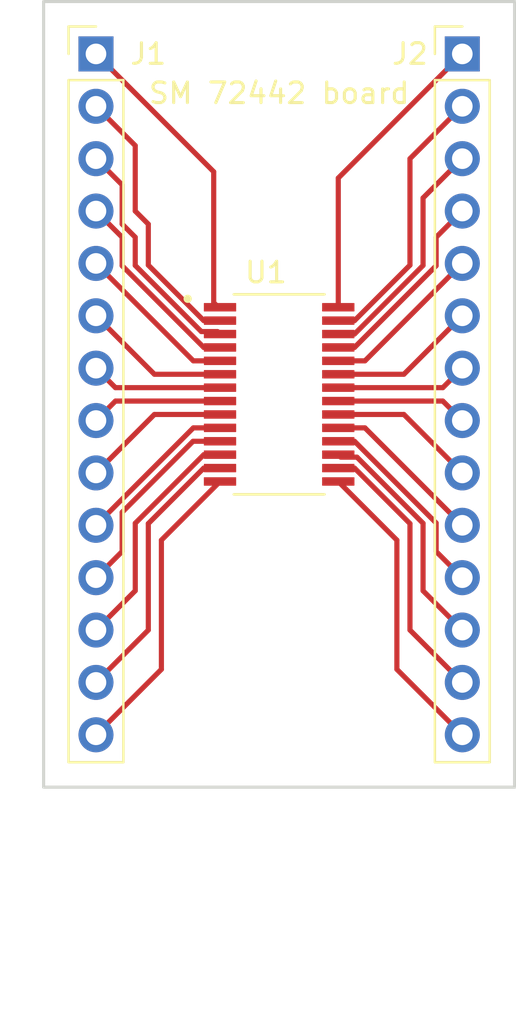
<source format=kicad_pcb>
(kicad_pcb (version 20171130) (host pcbnew "(5.1.10)-1")

  (general
    (thickness 1.6)
    (drawings 7)
    (tracks 90)
    (zones 0)
    (modules 3)
    (nets 29)
  )

  (page A4)
  (layers
    (0 F.Cu signal)
    (31 B.Cu signal)
    (32 B.Adhes user)
    (33 F.Adhes user)
    (34 B.Paste user)
    (35 F.Paste user)
    (36 B.SilkS user)
    (37 F.SilkS user)
    (38 B.Mask user)
    (39 F.Mask user)
    (40 Dwgs.User user)
    (41 Cmts.User user)
    (42 Eco1.User user)
    (43 Eco2.User user)
    (44 Edge.Cuts user)
    (45 Margin user)
    (46 B.CrtYd user)
    (47 F.CrtYd user)
    (48 B.Fab user)
    (49 F.Fab user)
  )

  (setup
    (last_trace_width 0.25)
    (trace_clearance 0.2)
    (zone_clearance 0.508)
    (zone_45_only no)
    (trace_min 0.2)
    (via_size 0.8)
    (via_drill 0.4)
    (via_min_size 0.4)
    (via_min_drill 0.3)
    (uvia_size 0.3)
    (uvia_drill 0.1)
    (uvias_allowed no)
    (uvia_min_size 0.2)
    (uvia_min_drill 0.1)
    (edge_width 0.05)
    (segment_width 0.2)
    (pcb_text_width 0.3)
    (pcb_text_size 1.5 1.5)
    (mod_edge_width 0.12)
    (mod_text_size 1 1)
    (mod_text_width 0.15)
    (pad_size 1.524 1.524)
    (pad_drill 0.762)
    (pad_to_mask_clearance 0.05)
    (aux_axis_origin 0 0)
    (grid_origin 127 115.57)
    (visible_elements 7FFFFFFF)
    (pcbplotparams
      (layerselection 0x010fc_ffffffff)
      (usegerberextensions true)
      (usegerberattributes false)
      (usegerberadvancedattributes true)
      (creategerberjobfile false)
      (excludeedgelayer true)
      (linewidth 0.100000)
      (plotframeref false)
      (viasonmask false)
      (mode 1)
      (useauxorigin false)
      (hpglpennumber 1)
      (hpglpenspeed 20)
      (hpglpendiameter 15.000000)
      (psnegative false)
      (psa4output false)
      (plotreference true)
      (plotvalue true)
      (plotinvisibletext false)
      (padsonsilk false)
      (subtractmaskfromsilk true)
      (outputformat 1)
      (mirror false)
      (drillshape 0)
      (scaleselection 1)
      (outputdirectory "gerber/"))
  )

  (net 0 "")
  (net 1 /A0)
  (net 2 /VSSA)
  (net 3 /VDDA)
  (net 4 /PM_OUT)
  (net 5 /NC3)
  (net 6 /SDA)
  (net 7 /SCL)
  (net 8 /I2C1)
  (net 9 /I2C0)
  (net 10 /NC2)
  (net 11 /VSSD)
  (net 12 /VDDD)
  (net 13 /NC1)
  (net 14 /*RST)
  (net 15 /AVIN)
  (net 16 /A2)
  (net 17 /AVOUT)
  (net 18 /A4)
  (net 19 /AIIN)
  (net 20 /A6)
  (net 21 /AIOUT)
  (net 22 /I2C2)
  (net 23 /NC4)
  (net 24 /LIB)
  (net 25 /HIB)
  (net 26 /HIA)
  (net 27 /LIA)
  (net 28 /PM)

  (net_class Default "This is the default net class."
    (clearance 0.2)
    (trace_width 0.25)
    (via_dia 0.8)
    (via_drill 0.4)
    (uvia_dia 0.3)
    (uvia_drill 0.1)
    (add_net /*RST)
    (add_net /A0)
    (add_net /A2)
    (add_net /A4)
    (add_net /A6)
    (add_net /AIIN)
    (add_net /AIOUT)
    (add_net /AVIN)
    (add_net /AVOUT)
    (add_net /HIA)
    (add_net /HIB)
    (add_net /I2C0)
    (add_net /I2C1)
    (add_net /I2C2)
    (add_net /LIA)
    (add_net /LIB)
    (add_net /NC1)
    (add_net /NC2)
    (add_net /NC3)
    (add_net /NC4)
    (add_net /PM)
    (add_net /PM_OUT)
    (add_net /SCL)
    (add_net /SDA)
    (add_net /VDDA)
    (add_net /VDDD)
    (add_net /VSSA)
    (add_net /VSSD)
  )

  (module Connector_PinHeader_2.54mm:PinHeader_1x14_P2.54mm_Vertical (layer F.Cu) (tedit 59FED5CC) (tstamp 61998375)
    (at 129.54 118.11)
    (descr "Through hole straight pin header, 1x14, 2.54mm pitch, single row")
    (tags "Through hole pin header THT 1x14 2.54mm single row")
    (path /618C9606)
    (fp_text reference J1 (at 2.54 0) (layer F.SilkS)
      (effects (font (size 1 1) (thickness 0.15)))
    )
    (fp_text value Conn_01x14_Male (at 8.89 32.385 180) (layer F.Fab)
      (effects (font (size 1 1) (thickness 0.15)))
    )
    (fp_text user %R (at -3.81 18.494999 90) (layer F.Fab)
      (effects (font (size 1 1) (thickness 0.15)))
    )
    (fp_line (start -0.635 -1.27) (end 1.27 -1.27) (layer F.Fab) (width 0.1))
    (fp_line (start 1.27 -1.27) (end 1.27 34.29) (layer F.Fab) (width 0.1))
    (fp_line (start 1.27 34.29) (end -1.27 34.29) (layer F.Fab) (width 0.1))
    (fp_line (start -1.27 34.29) (end -1.27 -0.635) (layer F.Fab) (width 0.1))
    (fp_line (start -1.27 -0.635) (end -0.635 -1.27) (layer F.Fab) (width 0.1))
    (fp_line (start -1.33 34.35) (end 1.33 34.35) (layer F.SilkS) (width 0.12))
    (fp_line (start -1.33 1.27) (end -1.33 34.35) (layer F.SilkS) (width 0.12))
    (fp_line (start 1.33 1.27) (end 1.33 34.35) (layer F.SilkS) (width 0.12))
    (fp_line (start -1.33 1.27) (end 1.33 1.27) (layer F.SilkS) (width 0.12))
    (fp_line (start -1.33 0) (end -1.33 -1.33) (layer F.SilkS) (width 0.12))
    (fp_line (start -1.33 -1.33) (end 0 -1.33) (layer F.SilkS) (width 0.12))
    (fp_line (start -1.8 -1.8) (end -1.8 34.8) (layer F.CrtYd) (width 0.05))
    (fp_line (start -1.8 34.8) (end 1.8 34.8) (layer F.CrtYd) (width 0.05))
    (fp_line (start 1.8 34.8) (end 1.8 -1.8) (layer F.CrtYd) (width 0.05))
    (fp_line (start 1.8 -1.8) (end -1.8 -1.8) (layer F.CrtYd) (width 0.05))
    (pad 14 thru_hole oval (at 0 33.02) (size 1.7 1.7) (drill 1) (layers *.Cu *.Mask)
      (net 1 /A0))
    (pad 13 thru_hole oval (at 0 30.48) (size 1.7 1.7) (drill 1) (layers *.Cu *.Mask)
      (net 2 /VSSA))
    (pad 12 thru_hole oval (at 0 27.94) (size 1.7 1.7) (drill 1) (layers *.Cu *.Mask)
      (net 3 /VDDA))
    (pad 11 thru_hole oval (at 0 25.4) (size 1.7 1.7) (drill 1) (layers *.Cu *.Mask)
      (net 4 /PM_OUT))
    (pad 10 thru_hole oval (at 0 22.86) (size 1.7 1.7) (drill 1) (layers *.Cu *.Mask)
      (net 5 /NC3))
    (pad 9 thru_hole oval (at 0 20.32) (size 1.7 1.7) (drill 1) (layers *.Cu *.Mask)
      (net 6 /SDA))
    (pad 8 thru_hole oval (at 0 17.78) (size 1.7 1.7) (drill 1) (layers *.Cu *.Mask)
      (net 7 /SCL))
    (pad 7 thru_hole oval (at 0 15.24) (size 1.7 1.7) (drill 1) (layers *.Cu *.Mask)
      (net 8 /I2C1))
    (pad 6 thru_hole oval (at 0 12.7) (size 1.7 1.7) (drill 1) (layers *.Cu *.Mask)
      (net 9 /I2C0))
    (pad 5 thru_hole oval (at 0 10.16) (size 1.7 1.7) (drill 1) (layers *.Cu *.Mask)
      (net 10 /NC2))
    (pad 4 thru_hole oval (at 0 7.62) (size 1.7 1.7) (drill 1) (layers *.Cu *.Mask)
      (net 11 /VSSD))
    (pad 3 thru_hole oval (at 0 5.08) (size 1.7 1.7) (drill 1) (layers *.Cu *.Mask)
      (net 12 /VDDD))
    (pad 2 thru_hole oval (at 0 2.54) (size 1.7 1.7) (drill 1) (layers *.Cu *.Mask)
      (net 13 /NC1))
    (pad 1 thru_hole rect (at 0 0) (size 1.7 1.7) (drill 1) (layers *.Cu *.Mask)
      (net 14 /*RST))
    (model ${KISYS3DMOD}/Connector_PinHeader_2.54mm.3dshapes/PinHeader_1x14_P2.54mm_Vertical.wrl
      (at (xyz 0 0 0))
      (scale (xyz 1 1 1))
      (rotate (xyz 0 0 0))
    )
  )

  (module Connector_PinHeader_2.54mm:PinHeader_1x14_P2.54mm_Vertical (layer F.Cu) (tedit 59FED5CC) (tstamp 61998397)
    (at 147.32 118.11)
    (descr "Through hole straight pin header, 1x14, 2.54mm pitch, single row")
    (tags "Through hole pin header THT 1x14 2.54mm single row")
    (path /618CD2D9)
    (fp_text reference J2 (at -2.54 0) (layer F.SilkS)
      (effects (font (size 1 1) (thickness 0.15)))
    )
    (fp_text value Conn_01x14_Male (at -8.89 33.655) (layer F.Fab)
      (effects (font (size 1 1) (thickness 0.15)))
    )
    (fp_line (start 1.8 -1.8) (end -1.8 -1.8) (layer F.CrtYd) (width 0.05))
    (fp_line (start 1.8 34.8) (end 1.8 -1.8) (layer F.CrtYd) (width 0.05))
    (fp_line (start -1.8 34.8) (end 1.8 34.8) (layer F.CrtYd) (width 0.05))
    (fp_line (start -1.8 -1.8) (end -1.8 34.8) (layer F.CrtYd) (width 0.05))
    (fp_line (start -1.33 -1.33) (end 0 -1.33) (layer F.SilkS) (width 0.12))
    (fp_line (start -1.33 0) (end -1.33 -1.33) (layer F.SilkS) (width 0.12))
    (fp_line (start -1.33 1.27) (end 1.33 1.27) (layer F.SilkS) (width 0.12))
    (fp_line (start 1.33 1.27) (end 1.33 34.35) (layer F.SilkS) (width 0.12))
    (fp_line (start -1.33 1.27) (end -1.33 34.35) (layer F.SilkS) (width 0.12))
    (fp_line (start -1.33 34.35) (end 1.33 34.35) (layer F.SilkS) (width 0.12))
    (fp_line (start -1.27 -0.635) (end -0.635 -1.27) (layer F.Fab) (width 0.1))
    (fp_line (start -1.27 34.29) (end -1.27 -0.635) (layer F.Fab) (width 0.1))
    (fp_line (start 1.27 34.29) (end -1.27 34.29) (layer F.Fab) (width 0.1))
    (fp_line (start 1.27 -1.27) (end 1.27 34.29) (layer F.Fab) (width 0.1))
    (fp_line (start -0.635 -1.27) (end 1.27 -1.27) (layer F.Fab) (width 0.1))
    (fp_text user %R (at 0 16.51 90) (layer F.Fab)
      (effects (font (size 1 1) (thickness 0.15)))
    )
    (pad 1 thru_hole rect (at 0 0) (size 1.7 1.7) (drill 1) (layers *.Cu *.Mask)
      (net 28 /PM))
    (pad 2 thru_hole oval (at 0 2.54) (size 1.7 1.7) (drill 1) (layers *.Cu *.Mask)
      (net 27 /LIA))
    (pad 3 thru_hole oval (at 0 5.08) (size 1.7 1.7) (drill 1) (layers *.Cu *.Mask)
      (net 26 /HIA))
    (pad 4 thru_hole oval (at 0 7.62) (size 1.7 1.7) (drill 1) (layers *.Cu *.Mask)
      (net 25 /HIB))
    (pad 5 thru_hole oval (at 0 10.16) (size 1.7 1.7) (drill 1) (layers *.Cu *.Mask)
      (net 24 /LIB))
    (pad 6 thru_hole oval (at 0 12.7) (size 1.7 1.7) (drill 1) (layers *.Cu *.Mask)
      (net 23 /NC4))
    (pad 7 thru_hole oval (at 0 15.24) (size 1.7 1.7) (drill 1) (layers *.Cu *.Mask)
      (net 22 /I2C2))
    (pad 8 thru_hole oval (at 0 17.78) (size 1.7 1.7) (drill 1) (layers *.Cu *.Mask)
      (net 21 /AIOUT))
    (pad 9 thru_hole oval (at 0 20.32) (size 1.7 1.7) (drill 1) (layers *.Cu *.Mask)
      (net 20 /A6))
    (pad 10 thru_hole oval (at 0 22.86) (size 1.7 1.7) (drill 1) (layers *.Cu *.Mask)
      (net 19 /AIIN))
    (pad 11 thru_hole oval (at 0 25.4) (size 1.7 1.7) (drill 1) (layers *.Cu *.Mask)
      (net 18 /A4))
    (pad 12 thru_hole oval (at 0 27.94) (size 1.7 1.7) (drill 1) (layers *.Cu *.Mask)
      (net 17 /AVOUT))
    (pad 13 thru_hole oval (at 0 30.48) (size 1.7 1.7) (drill 1) (layers *.Cu *.Mask)
      (net 16 /A2))
    (pad 14 thru_hole oval (at 0 33.02) (size 1.7 1.7) (drill 1) (layers *.Cu *.Mask)
      (net 15 /AVIN))
    (model ${KISYS3DMOD}/Connector_PinHeader_2.54mm.3dshapes/PinHeader_1x14_P2.54mm_Vertical.wrl
      (at (xyz 0 0 0))
      (scale (xyz 1 1 1))
      (rotate (xyz 0 0 0))
    )
  )

  (module SM72442MTE_NOPB:SOP65P640X120-28N (layer F.Cu) (tedit 618C3F03) (tstamp 619983C3)
    (at 138.43 134.62)
    (path /618C3721)
    (fp_text reference U1 (at -0.645 -5.912) (layer F.SilkS)
      (effects (font (size 1 1) (thickness 0.15)))
    )
    (fp_text value SM72442MT_NOPB (at 0 7.62) (layer F.Fab)
      (effects (font (size 1 1) (thickness 0.15)))
    )
    (fp_line (start 3.905 -5.1) (end 3.905 5.1) (layer F.CrtYd) (width 0.05))
    (fp_line (start -3.905 -5.1) (end -3.905 5.1) (layer F.CrtYd) (width 0.05))
    (fp_line (start -3.905 5.1) (end 3.905 5.1) (layer F.CrtYd) (width 0.05))
    (fp_line (start -3.905 -5.1) (end 3.905 -5.1) (layer F.CrtYd) (width 0.05))
    (fp_line (start 2.2 -4.85) (end 2.2 4.85) (layer F.Fab) (width 0.127))
    (fp_line (start -2.2 -4.85) (end -2.2 4.85) (layer F.Fab) (width 0.127))
    (fp_line (start -2.2 4.85) (end 2.2 4.85) (layer F.SilkS) (width 0.127))
    (fp_line (start -2.2 -4.85) (end 2.2 -4.85) (layer F.SilkS) (width 0.127))
    (fp_line (start -2.2 4.85) (end 2.2 4.85) (layer F.Fab) (width 0.127))
    (fp_line (start -2.2 -4.85) (end 2.2 -4.85) (layer F.Fab) (width 0.127))
    (fp_circle (center -4.44 -4.635) (end -4.34 -4.635) (layer F.Fab) (width 0.2))
    (fp_circle (center -4.44 -4.635) (end -4.34 -4.635) (layer F.SilkS) (width 0.2))
    (pad 1 smd roundrect (at -2.87 -4.225) (size 1.57 0.41) (layers F.Cu F.Paste F.Mask) (roundrect_rratio 0.05)
      (net 14 /*RST))
    (pad 2 smd roundrect (at -2.87 -3.575) (size 1.57 0.41) (layers F.Cu F.Paste F.Mask) (roundrect_rratio 0.05)
      (net 13 /NC1))
    (pad 3 smd roundrect (at -2.87 -2.925) (size 1.57 0.41) (layers F.Cu F.Paste F.Mask) (roundrect_rratio 0.05)
      (net 12 /VDDD))
    (pad 4 smd roundrect (at -2.87 -2.275) (size 1.57 0.41) (layers F.Cu F.Paste F.Mask) (roundrect_rratio 0.05)
      (net 11 /VSSD))
    (pad 5 smd roundrect (at -2.87 -1.625) (size 1.57 0.41) (layers F.Cu F.Paste F.Mask) (roundrect_rratio 0.05)
      (net 10 /NC2))
    (pad 6 smd roundrect (at -2.87 -0.975) (size 1.57 0.41) (layers F.Cu F.Paste F.Mask) (roundrect_rratio 0.05)
      (net 9 /I2C0))
    (pad 7 smd roundrect (at -2.87 -0.325) (size 1.57 0.41) (layers F.Cu F.Paste F.Mask) (roundrect_rratio 0.05)
      (net 8 /I2C1))
    (pad 8 smd roundrect (at -2.87 0.325) (size 1.57 0.41) (layers F.Cu F.Paste F.Mask) (roundrect_rratio 0.05)
      (net 7 /SCL))
    (pad 9 smd roundrect (at -2.87 0.975) (size 1.57 0.41) (layers F.Cu F.Paste F.Mask) (roundrect_rratio 0.05)
      (net 6 /SDA))
    (pad 10 smd roundrect (at -2.87 1.625) (size 1.57 0.41) (layers F.Cu F.Paste F.Mask) (roundrect_rratio 0.05)
      (net 5 /NC3))
    (pad 11 smd roundrect (at -2.87 2.275) (size 1.57 0.41) (layers F.Cu F.Paste F.Mask) (roundrect_rratio 0.05)
      (net 4 /PM_OUT))
    (pad 12 smd roundrect (at -2.87 2.925) (size 1.57 0.41) (layers F.Cu F.Paste F.Mask) (roundrect_rratio 0.05)
      (net 3 /VDDA))
    (pad 13 smd roundrect (at -2.87 3.575) (size 1.57 0.41) (layers F.Cu F.Paste F.Mask) (roundrect_rratio 0.05)
      (net 2 /VSSA))
    (pad 14 smd roundrect (at -2.87 4.225) (size 1.57 0.41) (layers F.Cu F.Paste F.Mask) (roundrect_rratio 0.05)
      (net 1 /A0))
    (pad 15 smd roundrect (at 2.87 4.225) (size 1.57 0.41) (layers F.Cu F.Paste F.Mask) (roundrect_rratio 0.05)
      (net 15 /AVIN))
    (pad 16 smd roundrect (at 2.87 3.575) (size 1.57 0.41) (layers F.Cu F.Paste F.Mask) (roundrect_rratio 0.05)
      (net 16 /A2))
    (pad 17 smd roundrect (at 2.87 2.925) (size 1.57 0.41) (layers F.Cu F.Paste F.Mask) (roundrect_rratio 0.05)
      (net 17 /AVOUT))
    (pad 18 smd roundrect (at 2.87 2.275) (size 1.57 0.41) (layers F.Cu F.Paste F.Mask) (roundrect_rratio 0.05)
      (net 18 /A4))
    (pad 19 smd roundrect (at 2.87 1.625) (size 1.57 0.41) (layers F.Cu F.Paste F.Mask) (roundrect_rratio 0.05)
      (net 19 /AIIN))
    (pad 20 smd roundrect (at 2.87 0.975) (size 1.57 0.41) (layers F.Cu F.Paste F.Mask) (roundrect_rratio 0.05)
      (net 20 /A6))
    (pad 21 smd roundrect (at 2.87 0.325) (size 1.57 0.41) (layers F.Cu F.Paste F.Mask) (roundrect_rratio 0.05)
      (net 21 /AIOUT))
    (pad 22 smd roundrect (at 2.87 -0.325) (size 1.57 0.41) (layers F.Cu F.Paste F.Mask) (roundrect_rratio 0.05)
      (net 22 /I2C2))
    (pad 23 smd roundrect (at 2.87 -0.975) (size 1.57 0.41) (layers F.Cu F.Paste F.Mask) (roundrect_rratio 0.05)
      (net 23 /NC4))
    (pad 24 smd roundrect (at 2.87 -1.625) (size 1.57 0.41) (layers F.Cu F.Paste F.Mask) (roundrect_rratio 0.05)
      (net 24 /LIB))
    (pad 25 smd roundrect (at 2.87 -2.275) (size 1.57 0.41) (layers F.Cu F.Paste F.Mask) (roundrect_rratio 0.05)
      (net 25 /HIB))
    (pad 26 smd roundrect (at 2.87 -2.925) (size 1.57 0.41) (layers F.Cu F.Paste F.Mask) (roundrect_rratio 0.05)
      (net 26 /HIA))
    (pad 27 smd roundrect (at 2.87 -3.575) (size 1.57 0.41) (layers F.Cu F.Paste F.Mask) (roundrect_rratio 0.05)
      (net 27 /LIA))
    (pad 28 smd roundrect (at 2.87 -4.225) (size 1.57 0.41) (layers F.Cu F.Paste F.Mask) (roundrect_rratio 0.05)
      (net 28 /PM))
  )

  (gr_text "SM 72442 board" (at 138.43 120.015) (layer F.SilkS)
    (effects (font (size 1 1) (thickness 0.15)))
  )
  (gr_line (start 149.86 115.57) (end 127 115.57) (layer Edge.Cuts) (width 0.15) (tstamp 61998612))
  (gr_line (start 149.86 153.67) (end 149.86 115.57) (layer Edge.Cuts) (width 0.15))
  (gr_line (start 127 153.67) (end 149.86 153.67) (layer Edge.Cuts) (width 0.15))
  (gr_line (start 127 115.57) (end 127 153.67) (layer Edge.Cuts) (width 0.15))
  (dimension 17.78 (width 0.15) (layer Dwgs.User)
    (gr_text "0.7000 in" (at 138.43 163.225) (layer Dwgs.User)
      (effects (font (size 1 1) (thickness 0.15)))
    )
    (feature1 (pts (xy 147.32 155.575) (xy 147.32 162.511421)))
    (feature2 (pts (xy 129.54 155.575) (xy 129.54 162.511421)))
    (crossbar (pts (xy 129.54 161.925) (xy 147.32 161.925)))
    (arrow1a (pts (xy 147.32 161.925) (xy 146.193496 162.511421)))
    (arrow1b (pts (xy 147.32 161.925) (xy 146.193496 161.338579)))
    (arrow2a (pts (xy 129.54 161.925) (xy 130.666504 162.511421)))
    (arrow2b (pts (xy 129.54 161.925) (xy 130.666504 161.338579)))
  )
  (dimension 22.86 (width 0.15) (layer Dwgs.User)
    (gr_text "0.9000 in" (at 138.43 165.765) (layer Dwgs.User)
      (effects (font (size 1 1) (thickness 0.15)))
    )
    (feature1 (pts (xy 149.86 156.21) (xy 149.86 165.051421)))
    (feature2 (pts (xy 127 156.21) (xy 127 165.051421)))
    (crossbar (pts (xy 127 164.465) (xy 149.86 164.465)))
    (arrow1a (pts (xy 149.86 164.465) (xy 148.733496 165.051421)))
    (arrow1b (pts (xy 149.86 164.465) (xy 148.733496 163.878579)))
    (arrow2a (pts (xy 127 164.465) (xy 128.126504 165.051421)))
    (arrow2b (pts (xy 127 164.465) (xy 128.126504 163.878579)))
  )

  (segment (start 129.54 151.13) (end 132.715 147.955) (width 0.25) (layer F.Cu) (net 1))
  (segment (start 132.715 141.69) (end 135.56 138.845) (width 0.25) (layer F.Cu) (net 1))
  (segment (start 132.715 147.955) (end 132.715 141.69) (width 0.25) (layer F.Cu) (net 1))
  (segment (start 129.54 148.59) (end 132.08 146.05) (width 0.25) (layer F.Cu) (net 2))
  (segment (start 134.772372 138.195) (end 135.56 138.195) (width 0.25) (layer F.Cu) (net 2))
  (segment (start 132.08 140.887372) (end 134.772372 138.195) (width 0.25) (layer F.Cu) (net 2))
  (segment (start 132.08 146.05) (end 132.08 140.887372) (width 0.25) (layer F.Cu) (net 2))
  (segment (start 129.54 146.05) (end 131.44641 144.14359) (width 0.25) (layer F.Cu) (net 3))
  (segment (start 134.772372 137.545) (end 135.56 137.545) (width 0.25) (layer F.Cu) (net 3))
  (segment (start 131.44641 140.870962) (end 134.772372 137.545) (width 0.25) (layer F.Cu) (net 3))
  (segment (start 131.44641 144.14359) (end 131.44641 140.870962) (width 0.25) (layer F.Cu) (net 3))
  (segment (start 134.25141 136.895) (end 135.56 136.895) (width 0.25) (layer F.Cu) (net 4))
  (segment (start 130.81 140.33641) (end 134.25141 136.895) (width 0.25) (layer F.Cu) (net 4))
  (segment (start 130.81 142.24) (end 130.81 140.33641) (width 0.25) (layer F.Cu) (net 4))
  (segment (start 129.54 143.51) (end 130.81 142.24) (width 0.25) (layer F.Cu) (net 4))
  (segment (start 134.265 136.245) (end 135.56 136.245) (width 0.25) (layer F.Cu) (net 5))
  (segment (start 129.54 140.97) (end 134.265 136.245) (width 0.25) (layer F.Cu) (net 5))
  (segment (start 132.375 135.595) (end 135.56 135.595) (width 0.25) (layer F.Cu) (net 6))
  (segment (start 129.54 138.43) (end 132.375 135.595) (width 0.25) (layer F.Cu) (net 6))
  (segment (start 130.485 134.945) (end 135.56 134.945) (width 0.25) (layer F.Cu) (net 7))
  (segment (start 129.54 135.89) (end 130.485 134.945) (width 0.25) (layer F.Cu) (net 7))
  (segment (start 130.485 134.295) (end 135.56 134.295) (width 0.25) (layer F.Cu) (net 8))
  (segment (start 129.54 133.35) (end 130.485 134.295) (width 0.25) (layer F.Cu) (net 8))
  (segment (start 132.375 133.645) (end 135.56 133.645) (width 0.25) (layer F.Cu) (net 9))
  (segment (start 129.54 130.81) (end 132.375 133.645) (width 0.25) (layer F.Cu) (net 9))
  (segment (start 134.265 132.995) (end 135.56 132.995) (width 0.25) (layer F.Cu) (net 10))
  (segment (start 129.54 128.27) (end 134.265 132.995) (width 0.25) (layer F.Cu) (net 10))
  (segment (start 129.54 125.73) (end 130.81 127) (width 0.25) (layer F.Cu) (net 11))
  (segment (start 134.772372 132.345) (end 135.56 132.345) (width 0.25) (layer F.Cu) (net 11))
  (segment (start 130.81 128.382628) (end 134.772372 132.345) (width 0.25) (layer F.Cu) (net 11))
  (segment (start 130.81 127) (end 130.81 128.382628) (width 0.25) (layer F.Cu) (net 11))
  (segment (start 129.54 123.19) (end 130.81 124.46) (width 0.25) (layer F.Cu) (net 12))
  (segment (start 130.81 124.46) (end 130.81 126.36359) (width 0.25) (layer F.Cu) (net 12))
  (segment (start 130.81 126.36359) (end 131.445 126.99859) (width 0.25) (layer F.Cu) (net 12))
  (segment (start 135.44001 131.57501) (end 135.56 131.695) (width 0.25) (layer F.Cu) (net 12))
  (segment (start 134.652382 131.57501) (end 135.44001 131.57501) (width 0.25) (layer F.Cu) (net 12))
  (segment (start 131.445 128.367628) (end 134.652382 131.57501) (width 0.25) (layer F.Cu) (net 12))
  (segment (start 131.445 126.99859) (end 131.445 128.367628) (width 0.25) (layer F.Cu) (net 12))
  (segment (start 129.54 120.65) (end 131.445 122.555) (width 0.25) (layer F.Cu) (net 13))
  (segment (start 131.445 122.555) (end 131.445 125.73) (width 0.25) (layer F.Cu) (net 13))
  (segment (start 131.445 125.73) (end 132.08 126.365) (width 0.25) (layer F.Cu) (net 13))
  (segment (start 132.08 128.352628) (end 134.772372 131.045) (width 0.25) (layer F.Cu) (net 13))
  (segment (start 134.772372 131.045) (end 135.56 131.045) (width 0.25) (layer F.Cu) (net 13))
  (segment (start 132.08 126.365) (end 132.08 128.352628) (width 0.25) (layer F.Cu) (net 13))
  (segment (start 129.54 118.11) (end 135.255 123.825) (width 0.25) (layer F.Cu) (net 14))
  (segment (start 135.475 130.395) (end 135.56 130.395) (width 0.25) (layer F.Cu) (net 14))
  (segment (start 135.255 130.175) (end 135.475 130.395) (width 0.25) (layer F.Cu) (net 14))
  (segment (start 135.255 123.825) (end 135.255 130.175) (width 0.25) (layer F.Cu) (net 14))
  (segment (start 147.32 151.13) (end 144.145 147.955) (width 0.25) (layer F.Cu) (net 15))
  (segment (start 144.145 141.69) (end 141.3 138.845) (width 0.25) (layer F.Cu) (net 15))
  (segment (start 144.145 147.955) (end 144.145 141.69) (width 0.25) (layer F.Cu) (net 15))
  (segment (start 147.32 148.59) (end 144.78 146.05) (width 0.25) (layer F.Cu) (net 16))
  (segment (start 142.087628 138.195) (end 141.3 138.195) (width 0.25) (layer F.Cu) (net 16))
  (segment (start 144.78 140.887372) (end 142.087628 138.195) (width 0.25) (layer F.Cu) (net 16))
  (segment (start 144.78 146.05) (end 144.78 140.887372) (width 0.25) (layer F.Cu) (net 16))
  (segment (start 147.32 146.05) (end 145.415 144.145) (width 0.25) (layer F.Cu) (net 17))
  (segment (start 141.41999 137.66499) (end 141.3 137.545) (width 0.25) (layer F.Cu) (net 17))
  (segment (start 142.207618 137.66499) (end 141.41999 137.66499) (width 0.25) (layer F.Cu) (net 17))
  (segment (start 145.415 140.872372) (end 142.207618 137.66499) (width 0.25) (layer F.Cu) (net 17))
  (segment (start 145.415 144.145) (end 145.415 140.872372) (width 0.25) (layer F.Cu) (net 17))
  (segment (start 147.32 143.51) (end 146.05 142.24) (width 0.25) (layer F.Cu) (net 18))
  (segment (start 142.087628 136.895) (end 141.3 136.895) (width 0.25) (layer F.Cu) (net 18))
  (segment (start 146.05 140.857372) (end 142.087628 136.895) (width 0.25) (layer F.Cu) (net 18))
  (segment (start 146.05 142.24) (end 146.05 140.857372) (width 0.25) (layer F.Cu) (net 18))
  (segment (start 142.595 136.245) (end 141.3 136.245) (width 0.25) (layer F.Cu) (net 19))
  (segment (start 147.32 140.97) (end 142.595 136.245) (width 0.25) (layer F.Cu) (net 19))
  (segment (start 144.485 135.595) (end 141.3 135.595) (width 0.25) (layer F.Cu) (net 20))
  (segment (start 147.32 138.43) (end 144.485 135.595) (width 0.25) (layer F.Cu) (net 20))
  (segment (start 146.375 134.945) (end 141.3 134.945) (width 0.25) (layer F.Cu) (net 21))
  (segment (start 147.32 135.89) (end 146.375 134.945) (width 0.25) (layer F.Cu) (net 21))
  (segment (start 146.375 134.295) (end 141.3 134.295) (width 0.25) (layer F.Cu) (net 22))
  (segment (start 147.32 133.35) (end 146.375 134.295) (width 0.25) (layer F.Cu) (net 22))
  (segment (start 144.485 133.645) (end 141.3 133.645) (width 0.25) (layer F.Cu) (net 23))
  (segment (start 147.32 130.81) (end 144.485 133.645) (width 0.25) (layer F.Cu) (net 23))
  (segment (start 142.595 132.995) (end 141.3 132.995) (width 0.25) (layer F.Cu) (net 24))
  (segment (start 147.32 128.27) (end 142.595 132.995) (width 0.25) (layer F.Cu) (net 24))
  (segment (start 147.32 125.73) (end 146.05 127) (width 0.25) (layer F.Cu) (net 25))
  (segment (start 142.087628 132.345) (end 141.3 132.345) (width 0.25) (layer F.Cu) (net 25))
  (segment (start 146.05 128.382628) (end 142.087628 132.345) (width 0.25) (layer F.Cu) (net 25))
  (segment (start 146.05 127) (end 146.05 128.382628) (width 0.25) (layer F.Cu) (net 25))
  (segment (start 142.087628 131.695) (end 141.3 131.695) (width 0.25) (layer F.Cu) (net 26))
  (segment (start 145.415 128.367628) (end 142.087628 131.695) (width 0.25) (layer F.Cu) (net 26))
  (segment (start 145.415 125.095) (end 145.415 128.367628) (width 0.25) (layer F.Cu) (net 26))
  (segment (start 147.32 123.19) (end 145.415 125.095) (width 0.25) (layer F.Cu) (net 26))
  (segment (start 147.32 120.65) (end 144.78 123.19) (width 0.25) (layer F.Cu) (net 27))
  (segment (start 142.087628 131.045) (end 141.3 131.045) (width 0.25) (layer F.Cu) (net 27))
  (segment (start 144.78 128.352628) (end 142.087628 131.045) (width 0.25) (layer F.Cu) (net 27))
  (segment (start 144.78 123.19) (end 144.78 128.352628) (width 0.25) (layer F.Cu) (net 27))
  (segment (start 141.3 124.13) (end 141.3 130.395) (width 0.25) (layer F.Cu) (net 28))
  (segment (start 147.32 118.11) (end 141.3 124.13) (width 0.25) (layer F.Cu) (net 28))

)

</source>
